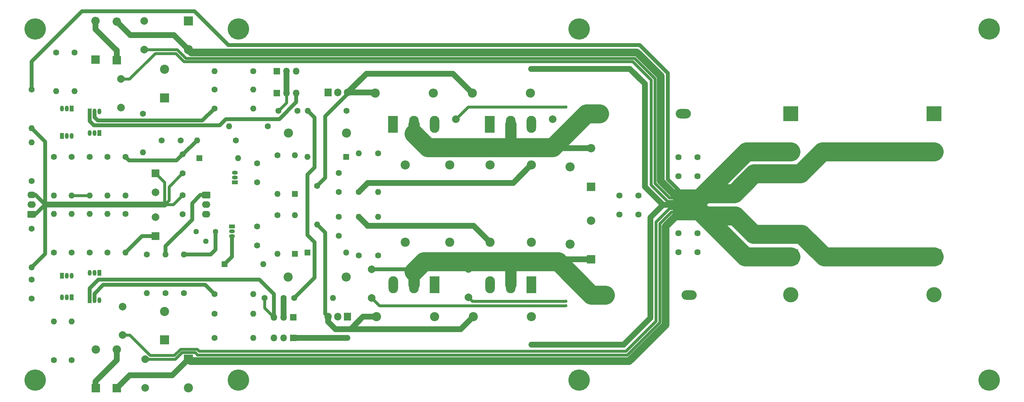
<source format=gbr>
G04 #@! TF.GenerationSoftware,KiCad,Pcbnew,(5.1.5)-3*
G04 #@! TF.CreationDate,2021-05-07T14:02:41+02:00*
G04 #@! TF.ProjectId,LeachAmp_kicad,4c656163-6841-46d7-905f-6b696361642e,rev?*
G04 #@! TF.SameCoordinates,Original*
G04 #@! TF.FileFunction,Copper,L1,Top*
G04 #@! TF.FilePolarity,Positive*
%FSLAX46Y46*%
G04 Gerber Fmt 4.6, Leading zero omitted, Abs format (unit mm)*
G04 Created by KiCad (PCBNEW (5.1.5)-3) date 2021-05-07 14:02:41*
%MOMM*%
%LPD*%
G04 APERTURE LIST*
%ADD10O,2.400000X2.400000*%
%ADD11C,2.400000*%
%ADD12O,1.800000X1.800000*%
%ADD13R,1.800000X1.800000*%
%ADD14C,5.600000*%
%ADD15O,2.200000X1.740000*%
%ADD16C,0.100000*%
%ADD17O,4.000000X2.500000*%
%ADD18C,1.625600*%
%ADD19O,2.500000X4.500000*%
%ADD20R,2.500000X4.500000*%
%ADD21C,1.440000*%
%ADD22O,1.600000X1.600000*%
%ADD23C,1.600000*%
%ADD24O,1.905000X2.000000*%
%ADD25R,1.905000X2.000000*%
%ADD26R,1.500000X1.050000*%
%ADD27O,1.500000X1.050000*%
%ADD28R,1.050000X1.500000*%
%ADD29O,1.050000X1.500000*%
%ADD30O,2.200000X2.200000*%
%ADD31R,2.200000X2.200000*%
%ADD32R,1.600000X1.600000*%
%ADD33C,2.000000*%
%ADD34R,2.000000X2.000000*%
%ADD35C,4.000000*%
%ADD36R,4.000000X4.000000*%
%ADD37R,2.400000X2.400000*%
%ADD38C,0.800000*%
%ADD39C,1.500000*%
%ADD40C,1.200000*%
%ADD41C,1.000000*%
%ADD42C,0.750000*%
%ADD43C,1.500000*%
%ADD44C,5.000000*%
%ADD45C,2.000000*%
%ADD46C,3.000000*%
%ADD47C,0.254000*%
G04 APERTURE END LIST*
D10*
X207596000Y-62103000D03*
D11*
X192356000Y-62103000D03*
D12*
X140286000Y-121031000D03*
X142826000Y-121031000D03*
D13*
X145366000Y-121031000D03*
D12*
X146128000Y-62103000D03*
X143588000Y-62103000D03*
D13*
X141048000Y-62103000D03*
D14*
X77579000Y-45289000D03*
X77579000Y-137591000D03*
X327961000Y-137591000D03*
X327961000Y-45289000D03*
D15*
X122506000Y-93980000D03*
X122506000Y-91440000D03*
G04 #@! TA.AperFunction,ComponentPad*
D16*
G36*
X123380505Y-88031204D02*
G01*
X123404773Y-88034804D01*
X123428572Y-88040765D01*
X123451671Y-88049030D01*
X123473850Y-88059520D01*
X123494893Y-88072132D01*
X123514599Y-88086747D01*
X123532777Y-88103223D01*
X123549253Y-88121401D01*
X123563868Y-88141107D01*
X123576480Y-88162150D01*
X123586970Y-88184329D01*
X123595235Y-88207428D01*
X123601196Y-88231227D01*
X123604796Y-88255495D01*
X123606000Y-88279999D01*
X123606000Y-89520001D01*
X123604796Y-89544505D01*
X123601196Y-89568773D01*
X123595235Y-89592572D01*
X123586970Y-89615671D01*
X123576480Y-89637850D01*
X123563868Y-89658893D01*
X123549253Y-89678599D01*
X123532777Y-89696777D01*
X123514599Y-89713253D01*
X123494893Y-89727868D01*
X123473850Y-89740480D01*
X123451671Y-89750970D01*
X123428572Y-89759235D01*
X123404773Y-89765196D01*
X123380505Y-89768796D01*
X123356001Y-89770000D01*
X121655999Y-89770000D01*
X121631495Y-89768796D01*
X121607227Y-89765196D01*
X121583428Y-89759235D01*
X121560329Y-89750970D01*
X121538150Y-89740480D01*
X121517107Y-89727868D01*
X121497401Y-89713253D01*
X121479223Y-89696777D01*
X121462747Y-89678599D01*
X121448132Y-89658893D01*
X121435520Y-89637850D01*
X121425030Y-89615671D01*
X121416765Y-89592572D01*
X121410804Y-89568773D01*
X121407204Y-89544505D01*
X121406000Y-89520001D01*
X121406000Y-88279999D01*
X121407204Y-88255495D01*
X121410804Y-88231227D01*
X121416765Y-88207428D01*
X121425030Y-88184329D01*
X121435520Y-88162150D01*
X121448132Y-88141107D01*
X121462747Y-88121401D01*
X121479223Y-88103223D01*
X121497401Y-88086747D01*
X121517107Y-88072132D01*
X121538150Y-88059520D01*
X121560329Y-88049030D01*
X121583428Y-88040765D01*
X121607227Y-88034804D01*
X121631495Y-88031204D01*
X121655999Y-88030000D01*
X123356001Y-88030000D01*
X123380505Y-88031204D01*
G37*
G04 #@! TD.AperFunction*
D17*
X249252000Y-115189000D03*
X227252000Y-115189000D03*
X247728000Y-67564000D03*
X225728000Y-67564000D03*
D18*
X235917000Y-89027000D03*
X230917000Y-89027000D03*
X235917000Y-94027000D03*
X230917000Y-94027000D03*
X251458000Y-78979999D03*
X246458000Y-78979999D03*
X251458000Y-83980000D03*
X246458000Y-83980000D03*
X251458000Y-88980000D03*
X246458000Y-88980000D03*
X251458000Y-93980000D03*
X246458000Y-93980000D03*
X251458000Y-98980000D03*
X246458000Y-98980000D03*
X251458000Y-103980000D03*
X246458000Y-103980000D03*
D14*
X220327000Y-45288000D03*
X130984000Y-45288000D03*
X220327000Y-137592000D03*
X130984000Y-137592000D03*
D19*
X196950000Y-112522000D03*
X202400000Y-112522000D03*
D20*
X207850000Y-112522000D03*
D19*
X207828000Y-70358000D03*
X202378000Y-70358000D03*
D20*
X196928000Y-70358000D03*
D19*
X171550000Y-112522000D03*
X177000000Y-112522000D03*
D20*
X182450000Y-112522000D03*
D19*
X182428000Y-70358000D03*
X176978000Y-70358000D03*
D20*
X171528000Y-70358000D03*
D21*
X119839000Y-98552000D03*
X122379000Y-101092000D03*
X124919000Y-98552000D03*
D22*
X76659000Y-71374000D03*
D23*
X76659000Y-61214000D03*
D10*
X218010000Y-81534000D03*
D11*
X218010000Y-101854000D03*
D10*
X197000000Y-81020000D03*
D11*
X197000000Y-101340000D03*
D10*
X207800000Y-81020000D03*
D11*
X207800000Y-101340000D03*
D10*
X174700000Y-81020000D03*
D11*
X174700000Y-101340000D03*
D10*
X186400000Y-81020000D03*
D11*
X186400000Y-101340000D03*
D10*
X207850000Y-120904000D03*
D11*
X192610000Y-120904000D03*
D10*
X182450000Y-120904000D03*
D11*
X167210000Y-120904000D03*
D10*
X182069000Y-62103000D03*
D11*
X166829000Y-62103000D03*
D22*
X162511000Y-94615000D03*
D23*
X162511000Y-104775000D03*
D22*
X162511000Y-77978000D03*
D23*
X162511000Y-88138000D03*
D22*
X167591000Y-94615000D03*
D23*
X167591000Y-104775000D03*
D22*
X167591000Y-88138000D03*
D23*
X167591000Y-77978000D03*
D22*
X151589000Y-96647000D03*
D23*
X151589000Y-86487000D03*
D22*
X155780000Y-115951000D03*
D23*
X145620000Y-115951000D03*
D22*
X149176000Y-66802000D03*
D23*
X159336000Y-66802000D03*
D22*
X134825000Y-126492000D03*
D23*
X124665000Y-126492000D03*
D22*
X124665000Y-56388000D03*
D23*
X134825000Y-56388000D03*
D10*
X159209000Y-110490000D03*
D11*
X143969000Y-110490000D03*
D10*
X144096000Y-72644000D03*
D11*
X159336000Y-72644000D03*
D22*
X141175000Y-104394000D03*
D23*
X141175000Y-94234000D03*
D22*
X141175000Y-88646000D03*
D23*
X141175000Y-78486000D03*
D22*
X116664000Y-104521000D03*
D23*
X116664000Y-114681000D03*
D22*
X111838000Y-104521000D03*
D23*
X111838000Y-114681000D03*
D22*
X134825000Y-114935000D03*
D23*
X124665000Y-114935000D03*
D22*
X134825000Y-66167000D03*
D23*
X124665000Y-66167000D03*
D22*
X134825000Y-120142000D03*
D23*
X124665000Y-120142000D03*
D22*
X134825000Y-61214000D03*
D23*
X124665000Y-61214000D03*
D22*
X128475000Y-70866000D03*
D23*
X138635000Y-70866000D03*
D22*
X101297000Y-104013000D03*
D23*
X101297000Y-93853000D03*
D22*
X101297000Y-89027000D03*
D23*
X101297000Y-78867000D03*
D22*
X120093000Y-74549000D03*
D23*
X130253000Y-74549000D03*
D22*
X106885000Y-114681000D03*
D23*
X106885000Y-104521000D03*
D22*
X105869000Y-77724000D03*
D23*
X105869000Y-67564000D03*
D22*
X82501000Y-122174000D03*
D23*
X82501000Y-132334000D03*
D22*
X83136000Y-61595000D03*
D23*
X83136000Y-51435000D03*
D22*
X87200000Y-122174000D03*
D23*
X87200000Y-132334000D03*
D22*
X87962000Y-61595000D03*
D23*
X87962000Y-51435000D03*
D22*
X91899000Y-93853000D03*
D23*
X91899000Y-104013000D03*
D22*
X87200000Y-93853000D03*
D23*
X87200000Y-104013000D03*
D22*
X91899000Y-89027000D03*
D23*
X91899000Y-78867000D03*
D22*
X87200000Y-89027000D03*
D23*
X87200000Y-78867000D03*
D22*
X96598000Y-93853000D03*
D23*
X96598000Y-104013000D03*
D22*
X82501000Y-93853000D03*
D23*
X82501000Y-104013000D03*
D22*
X96598000Y-89027000D03*
D23*
X96598000Y-78867000D03*
D22*
X82501000Y-89027000D03*
D23*
X82501000Y-78867000D03*
D22*
X76659000Y-75057000D03*
D23*
X76659000Y-85217000D03*
D22*
X76659000Y-107950000D03*
D23*
X76659000Y-97790000D03*
D24*
X154510000Y-120904000D03*
X157050000Y-120904000D03*
D25*
X159590000Y-120904000D03*
D24*
X159590000Y-61976000D03*
X157050000Y-61976000D03*
D25*
X154510000Y-61976000D03*
D12*
X140286000Y-126492000D03*
X142826000Y-126492000D03*
D13*
X145366000Y-126492000D03*
D12*
X146128000Y-56388000D03*
X143588000Y-56388000D03*
D13*
X141048000Y-56388000D03*
D26*
X129237000Y-97155000D03*
D27*
X129237000Y-99695000D03*
X129237000Y-98425000D03*
D26*
X129999000Y-85598000D03*
D27*
X129999000Y-83058000D03*
X129999000Y-84328000D03*
D28*
X91899000Y-116586000D03*
D29*
X94439000Y-116586000D03*
X93169000Y-116586000D03*
D28*
X91899000Y-66929000D03*
D29*
X94439000Y-66929000D03*
X93169000Y-66929000D03*
D28*
X87200000Y-115824000D03*
D29*
X84660000Y-115824000D03*
X85930000Y-115824000D03*
D28*
X87200000Y-66167000D03*
D29*
X84660000Y-66167000D03*
X85930000Y-66167000D03*
D28*
X94439000Y-109347000D03*
D29*
X91899000Y-109347000D03*
X93169000Y-109347000D03*
D28*
X84660000Y-110109000D03*
D29*
X87200000Y-110109000D03*
X85930000Y-110109000D03*
D28*
X94439000Y-72644000D03*
D29*
X91899000Y-72644000D03*
X93169000Y-72644000D03*
D28*
X84660000Y-73406000D03*
D29*
X87200000Y-73406000D03*
X85930000Y-73406000D03*
D15*
X76659000Y-88900000D03*
X76659000Y-91440000D03*
G04 #@! TA.AperFunction,ComponentPad*
D16*
G36*
X77533505Y-93111204D02*
G01*
X77557773Y-93114804D01*
X77581572Y-93120765D01*
X77604671Y-93129030D01*
X77626850Y-93139520D01*
X77647893Y-93152132D01*
X77667599Y-93166747D01*
X77685777Y-93183223D01*
X77702253Y-93201401D01*
X77716868Y-93221107D01*
X77729480Y-93242150D01*
X77739970Y-93264329D01*
X77748235Y-93287428D01*
X77754196Y-93311227D01*
X77757796Y-93335495D01*
X77759000Y-93359999D01*
X77759000Y-94600001D01*
X77757796Y-94624505D01*
X77754196Y-94648773D01*
X77748235Y-94672572D01*
X77739970Y-94695671D01*
X77729480Y-94717850D01*
X77716868Y-94738893D01*
X77702253Y-94758599D01*
X77685777Y-94776777D01*
X77667599Y-94793253D01*
X77647893Y-94807868D01*
X77626850Y-94820480D01*
X77604671Y-94830970D01*
X77581572Y-94839235D01*
X77557773Y-94845196D01*
X77533505Y-94848796D01*
X77509001Y-94850000D01*
X75808999Y-94850000D01*
X75784495Y-94848796D01*
X75760227Y-94845196D01*
X75736428Y-94839235D01*
X75713329Y-94830970D01*
X75691150Y-94820480D01*
X75670107Y-94807868D01*
X75650401Y-94793253D01*
X75632223Y-94776777D01*
X75615747Y-94758599D01*
X75601132Y-94738893D01*
X75588520Y-94717850D01*
X75578030Y-94695671D01*
X75569765Y-94672572D01*
X75563804Y-94648773D01*
X75560204Y-94624505D01*
X75559000Y-94600001D01*
X75559000Y-93359999D01*
X75560204Y-93335495D01*
X75563804Y-93311227D01*
X75569765Y-93287428D01*
X75578030Y-93264329D01*
X75588520Y-93242150D01*
X75601132Y-93221107D01*
X75615747Y-93201401D01*
X75632223Y-93183223D01*
X75650401Y-93166747D01*
X75670107Y-93152132D01*
X75691150Y-93139520D01*
X75713329Y-93129030D01*
X75736428Y-93120765D01*
X75760227Y-93114804D01*
X75784495Y-93111204D01*
X75808999Y-93110000D01*
X77509001Y-93110000D01*
X77533505Y-93111204D01*
G37*
G04 #@! TD.AperFunction*
D30*
X99011000Y-129540000D03*
D31*
X99011000Y-139700000D03*
D30*
X93486500Y-129540000D03*
D31*
X93486500Y-139700000D03*
D30*
X99011000Y-43307000D03*
D31*
X99011000Y-53467000D03*
D30*
X93423000Y-43180000D03*
D31*
X93423000Y-53340000D03*
D30*
X223471000Y-95631000D03*
D31*
X223471000Y-105791000D03*
D30*
X223471000Y-76581000D03*
D31*
X223471000Y-86741000D03*
D22*
X145747000Y-94234000D03*
D32*
X145747000Y-104394000D03*
D22*
X145747000Y-78486000D03*
D32*
X145747000Y-88646000D03*
D22*
X137492000Y-107061000D03*
D32*
X127332000Y-107061000D03*
D22*
X130888000Y-79248000D03*
D32*
X120728000Y-79248000D03*
D22*
X159209000Y-104013000D03*
D32*
X149049000Y-104013000D03*
D22*
X149049000Y-78867000D03*
D32*
X159209000Y-78867000D03*
D33*
X109171000Y-88185000D03*
D34*
X109171000Y-83185000D03*
D33*
X109171000Y-94695000D03*
D34*
X109171000Y-99695000D03*
D33*
X165940000Y-108451000D03*
X165940000Y-115951000D03*
D35*
X275922000Y-77564000D03*
D36*
X275922000Y-67564000D03*
D35*
X313514000Y-115156000D03*
D36*
X313514000Y-105156000D03*
D33*
X191340000Y-115831000D03*
X191340000Y-108331000D03*
X213438000Y-76461000D03*
X213438000Y-68961000D03*
D35*
X275922000Y-115156000D03*
D36*
X275922000Y-105156000D03*
D35*
X313514000Y-77564000D03*
D36*
X313514000Y-67564000D03*
D23*
X157304000Y-94615000D03*
X157304000Y-99615000D03*
X157304000Y-83138000D03*
X157304000Y-88138000D03*
X135841000Y-97155000D03*
X135841000Y-102155000D03*
X135841000Y-80598000D03*
X135841000Y-85598000D03*
D33*
X106504000Y-139573000D03*
X106504000Y-132073000D03*
X106250000Y-50673000D03*
X106250000Y-43173000D03*
D11*
X117807000Y-139580000D03*
D37*
X117807000Y-132080000D03*
D11*
X117807000Y-50680000D03*
D37*
X117807000Y-43180000D03*
D23*
X137826000Y-115951000D03*
X142826000Y-115951000D03*
X146429000Y-66802000D03*
X141429000Y-66802000D03*
X115822000Y-74549000D03*
X110822000Y-74549000D03*
X116283000Y-83232000D03*
X116283000Y-78232000D03*
X116283000Y-88980000D03*
X116283000Y-93980000D03*
D33*
X188038000Y-76461000D03*
X188038000Y-68961000D03*
D11*
X111584000Y-119500000D03*
D37*
X111584000Y-127000000D03*
D11*
X111584000Y-55873000D03*
D37*
X111584000Y-63373000D03*
D33*
X100535000Y-118230000D03*
X100535000Y-125730000D03*
X100154000Y-65913000D03*
X100154000Y-58413000D03*
D23*
X76659000Y-116125000D03*
X76659000Y-111125000D03*
D38*
X216867000Y-116840000D03*
X216867000Y-117983000D03*
X216867000Y-65786000D03*
D39*
X248958000Y-91527000D03*
D40*
X207850000Y-128270000D03*
X207723000Y-55753000D03*
X159600000Y-126492000D03*
D41*
X77675000Y-88900000D02*
X80215000Y-91440000D01*
X76659000Y-88900000D02*
X77675000Y-88900000D01*
X77675000Y-93980000D02*
X80215000Y-91440000D01*
X76659000Y-93980000D02*
X77675000Y-93980000D01*
X111584000Y-91440000D02*
X111584000Y-91440000D01*
D42*
X113823000Y-91440000D02*
X116283000Y-88980000D01*
X111584000Y-91440000D02*
X113823000Y-91440000D01*
X111584000Y-85725000D02*
X111584000Y-91440000D01*
X109171000Y-83185000D02*
X111584000Y-85598000D01*
X111584000Y-85598000D02*
X111584000Y-85725000D01*
X112473000Y-90551000D02*
X111584000Y-91440000D01*
X112727000Y-90297000D02*
X112473000Y-90551000D01*
X116283000Y-83232000D02*
X116236000Y-83232000D01*
X112727000Y-86741000D02*
X112727000Y-90297000D01*
X116236000Y-83232000D02*
X112727000Y-86741000D01*
D41*
X80215000Y-74930000D02*
X76659000Y-71374000D01*
X80215000Y-91440000D02*
X80215000Y-74930000D01*
X80215000Y-92005685D02*
X80215000Y-91440000D01*
X76659000Y-107950000D02*
X80215000Y-104394000D01*
X80215000Y-104394000D02*
X80215000Y-92005685D01*
D43*
X80780685Y-91440000D02*
X111584000Y-91440000D01*
X80215000Y-91440000D02*
X80780685Y-91440000D01*
D44*
X264271000Y-77564000D02*
X275922000Y-77564000D01*
X250649000Y-91186000D02*
X264271000Y-77564000D01*
X250649000Y-91313000D02*
X250649000Y-91186000D01*
X284210000Y-77564000D02*
X278462000Y-83312000D01*
X313514000Y-77564000D02*
X284210000Y-77564000D01*
X266270000Y-83312000D02*
X261063000Y-88519000D01*
X278462000Y-83312000D02*
X266270000Y-83312000D01*
X261063000Y-88519000D02*
X253443000Y-88519000D01*
X284685000Y-105156000D02*
X313514000Y-105156000D01*
X278716000Y-99187000D02*
X284685000Y-105156000D01*
X261317000Y-94361000D02*
X266143000Y-99187000D01*
X263984000Y-105156000D02*
X250649000Y-91821000D01*
X266143000Y-99187000D02*
X278716000Y-99187000D01*
X253697000Y-94361000D02*
X261317000Y-94361000D01*
X275922000Y-105156000D02*
X263984000Y-105156000D01*
X250649000Y-91821000D02*
X250649000Y-91313000D01*
D42*
X192349000Y-116840000D02*
X191340000Y-115831000D01*
X216867000Y-116840000D02*
X192349000Y-116840000D01*
X191213000Y-65786000D02*
X216867000Y-65786000D01*
X188038000Y-68961000D02*
X191213000Y-65786000D01*
X167972000Y-117983000D02*
X216740000Y-117983000D01*
X165940000Y-115951000D02*
X167972000Y-117983000D01*
D44*
X250649000Y-91186000D02*
X250649000Y-91186000D01*
D43*
X113616000Y-136271000D02*
X117807000Y-132080000D01*
X99011000Y-139700000D02*
X102440000Y-136271000D01*
X102440000Y-136271000D02*
X113616000Y-136271000D01*
D45*
X117807000Y-50680000D02*
X117927000Y-50680000D01*
D43*
X100110999Y-44406999D02*
X99011000Y-43307000D01*
X117807000Y-50680000D02*
X116607001Y-49480001D01*
X116607001Y-49473001D02*
X113997000Y-46863000D01*
X113997000Y-46863000D02*
X102567000Y-46863000D01*
X116607001Y-49480001D02*
X116607001Y-49473001D01*
X102567000Y-46863000D02*
X100110999Y-44406999D01*
D45*
X245522000Y-88980000D02*
X246458000Y-88980000D01*
X241759000Y-85217000D02*
X245522000Y-88980000D01*
X117807000Y-50680000D02*
X117814000Y-50680000D01*
X235536000Y-51435000D02*
X241759000Y-57658000D01*
X118569000Y-51435000D02*
X235536000Y-51435000D01*
X117814000Y-50680000D02*
X118569000Y-51435000D01*
X241759000Y-57658000D02*
X241759000Y-85217000D01*
D42*
X245950000Y-90551000D02*
X248109000Y-90551000D01*
X245061000Y-89662000D02*
X245950000Y-90551000D01*
X114886000Y-50673000D02*
X117172000Y-52959000D01*
X244045000Y-89662000D02*
X245061000Y-89662000D01*
X240235000Y-58293000D02*
X240235000Y-85852000D01*
X106250000Y-50673000D02*
X114886000Y-50673000D01*
X240235000Y-85852000D02*
X244045000Y-89662000D01*
X117172000Y-52959000D02*
X234901000Y-52959000D01*
X234901000Y-52959000D02*
X240235000Y-58293000D01*
D45*
X246458000Y-93980000D02*
X246204000Y-93980000D01*
X243029000Y-123063000D02*
X233504000Y-132588000D01*
X118315000Y-132588000D02*
X117807000Y-132080000D01*
X233504000Y-132588000D02*
X118315000Y-132588000D01*
X246204000Y-93980000D02*
X243029000Y-97155000D01*
X243029000Y-97155000D02*
X243029000Y-123063000D01*
D42*
X114385000Y-132073000D02*
X106504000Y-132073000D01*
X116156000Y-130302000D02*
X114385000Y-132073000D01*
X119585000Y-130302000D02*
X116156000Y-130302000D01*
X120220000Y-130937000D02*
X119585000Y-130302000D01*
X245823000Y-93345000D02*
X244553000Y-93345000D01*
X246458000Y-93980000D02*
X245823000Y-93345000D01*
X232996000Y-130937000D02*
X120220000Y-130937000D01*
X244553000Y-93345000D02*
X241505000Y-96393000D01*
X241505000Y-96393000D02*
X241505000Y-122428000D01*
X241505000Y-122428000D02*
X232996000Y-130937000D01*
D41*
X243196000Y-91527000D02*
X248958000Y-91527000D01*
D42*
X246077000Y-92456000D02*
X246331000Y-92710000D01*
X240489000Y-96012000D02*
X244045000Y-92456000D01*
X115775000Y-129413000D02*
X120093000Y-129413000D01*
X232615000Y-129921000D02*
X240489000Y-122047000D01*
X107774000Y-131064000D02*
X114124000Y-131064000D01*
X100535000Y-125730000D02*
X102440000Y-125730000D01*
X102440000Y-125730000D02*
X107774000Y-131064000D01*
X120093000Y-129413000D02*
X120601000Y-129921000D01*
X114124000Y-131064000D02*
X115775000Y-129413000D01*
X120601000Y-129921000D02*
X232615000Y-129921000D01*
X240489000Y-122047000D02*
X240489000Y-96012000D01*
X244045000Y-92456000D02*
X246077000Y-92456000D01*
D43*
X239050000Y-121240000D02*
X232020000Y-128270000D01*
X239050000Y-95673000D02*
X239050000Y-121240000D01*
X232020000Y-128270000D02*
X207850000Y-128270000D01*
D41*
X243196000Y-91527000D02*
X242862000Y-91527000D01*
D43*
X242337000Y-91527000D02*
X248958000Y-91527000D01*
X237600000Y-86790000D02*
X242337000Y-91527000D01*
X237600000Y-59690000D02*
X237600000Y-86790000D01*
X207723000Y-55753000D02*
X233663000Y-55753000D01*
X233663000Y-55753000D02*
X237600000Y-59690000D01*
X239050000Y-94814000D02*
X242337000Y-91527000D01*
X239050000Y-95673000D02*
X239050000Y-94814000D01*
D42*
X243300000Y-90340000D02*
X243511000Y-90551000D01*
X109101000Y-51689000D02*
X114505000Y-51689000D01*
X116664000Y-53848000D02*
X234393000Y-53848000D01*
X243511000Y-90551000D02*
X245950000Y-90551000D01*
X102370000Y-58420000D02*
X109101000Y-51689000D01*
X100916000Y-58420000D02*
X102370000Y-58420000D01*
X100909000Y-58413000D02*
X100916000Y-58420000D01*
X100154000Y-58413000D02*
X100909000Y-58413000D01*
X114505000Y-51689000D02*
X116664000Y-53848000D01*
X234393000Y-53848000D02*
X239219000Y-58674000D01*
X239219000Y-58674000D02*
X239219000Y-86233000D01*
X239219000Y-86233000D02*
X243300000Y-90314000D01*
X243300000Y-90314000D02*
X243300000Y-90340000D01*
D41*
X246458000Y-87630000D02*
X246458000Y-88980000D01*
X243664000Y-84836000D02*
X246458000Y-87630000D01*
X243664000Y-56896000D02*
X243664000Y-84836000D01*
X236298000Y-49530000D02*
X243664000Y-56896000D01*
X76659000Y-53848000D02*
X89867000Y-40640000D01*
X119458000Y-40640000D02*
X128348000Y-49530000D01*
X76659000Y-61214000D02*
X76659000Y-53848000D01*
X89867000Y-40640000D02*
X119458000Y-40640000D01*
X128348000Y-49530000D02*
X236298000Y-49530000D01*
D43*
X213558000Y-76581000D02*
X213438000Y-76461000D01*
X223471000Y-76581000D02*
X213558000Y-76581000D01*
D44*
X225728000Y-67564000D02*
X222376000Y-67564000D01*
X222335000Y-67564000D02*
X213438000Y-76461000D01*
X222376000Y-67564000D02*
X222335000Y-67564000D01*
X213438000Y-76461000D02*
X202379000Y-76461000D01*
D46*
X176978000Y-70358000D02*
X176978000Y-72818000D01*
X202378000Y-76460000D02*
X202379000Y-76461000D01*
X202378000Y-70358000D02*
X202378000Y-76460000D01*
D44*
X176978000Y-72818000D02*
X180621000Y-76461000D01*
X202379000Y-76461000D02*
X180621000Y-76461000D01*
D41*
X105615000Y-99695000D02*
X101297000Y-104013000D01*
X109171000Y-99695000D02*
X105615000Y-99695000D01*
X116410000Y-78232000D02*
X120093000Y-74549000D01*
X116283000Y-78232000D02*
X116410000Y-78232000D01*
X114675000Y-79840000D02*
X116283000Y-78232000D01*
X101297000Y-78867000D02*
X102270000Y-79840000D01*
X102270000Y-79840000D02*
X114675000Y-79840000D01*
X146128000Y-64516000D02*
X146128000Y-62103000D01*
X141683000Y-68961000D02*
X146128000Y-64516000D01*
X91899000Y-69469000D02*
X93042000Y-70612000D01*
X127651998Y-68961000D02*
X141683000Y-68961000D01*
X91899000Y-66929000D02*
X91899000Y-69469000D01*
X93042000Y-70612000D02*
X126000998Y-70612000D01*
X126000998Y-70612000D02*
X127651998Y-68961000D01*
X111838000Y-102362000D02*
X111838000Y-104521000D01*
X118823000Y-95377000D02*
X111838000Y-102362000D01*
X122506000Y-88900000D02*
X120982000Y-88900000D01*
X118823000Y-91059000D02*
X118823000Y-95377000D01*
X120982000Y-88900000D02*
X118823000Y-91059000D01*
D42*
X143588000Y-64643000D02*
X141429000Y-66802000D01*
X143588000Y-62103000D02*
X143588000Y-64643000D01*
D43*
X143588000Y-62103000D02*
X143588000Y-56388000D01*
D42*
X137826000Y-115951000D02*
X137826000Y-118571000D01*
D41*
X94185000Y-111125000D02*
X91899000Y-113411000D01*
X136476000Y-111125000D02*
X94185000Y-111125000D01*
X91899000Y-113411000D02*
X91899000Y-116586000D01*
X140286000Y-114935000D02*
X136476000Y-111125000D01*
D42*
X137826000Y-118571000D02*
X140286000Y-121031000D01*
D41*
X140286000Y-121031000D02*
X140286000Y-114935000D01*
D43*
X142826000Y-121031000D02*
X142826000Y-115951000D01*
X163310999Y-87329001D02*
X164900000Y-85740000D01*
X163310999Y-87338001D02*
X163310999Y-87329001D01*
X162511000Y-88138000D02*
X163310999Y-87338001D01*
X203050000Y-85740000D02*
X164900000Y-85740000D01*
X207800000Y-81020000D02*
X207770000Y-81020000D01*
X207770000Y-81020000D02*
X203050000Y-85740000D01*
X164850000Y-96954000D02*
X162511000Y-94615000D01*
X164850000Y-96990000D02*
X164850000Y-96954000D01*
X197000000Y-101340000D02*
X192650000Y-96990000D01*
X192650000Y-96990000D02*
X164850000Y-96990000D01*
X215822000Y-105791000D02*
X215187000Y-106426000D01*
X223471000Y-105791000D02*
X215822000Y-105791000D01*
D44*
X223598000Y-115189000D02*
X227252000Y-115189000D01*
X213692000Y-106426000D02*
X214835000Y-106426000D01*
X214835000Y-106426000D02*
X223598000Y-115189000D01*
X197055000Y-106426000D02*
X179614000Y-106426000D01*
X179614000Y-106426000D02*
X177000000Y-109040000D01*
D41*
X176179000Y-108451000D02*
X177000000Y-109272000D01*
X165940000Y-108451000D02*
X176179000Y-108451000D01*
D44*
X202314000Y-106426000D02*
X213692000Y-106426000D01*
X197055000Y-106426000D02*
X202314000Y-106426000D01*
D46*
X202400000Y-106512000D02*
X202314000Y-106426000D01*
X202400000Y-112522000D02*
X202400000Y-106512000D01*
X179614000Y-106426000D02*
X179214000Y-106426000D01*
X177000000Y-112522000D02*
X177000000Y-109272000D01*
D41*
X129237000Y-105156000D02*
X127332000Y-107061000D01*
X129237000Y-99695000D02*
X129237000Y-105156000D01*
D43*
X99011000Y-50867000D02*
X99011000Y-53467000D01*
X98817000Y-50673000D02*
X99011000Y-50867000D01*
X98757000Y-50673000D02*
X98817000Y-50673000D01*
X93423000Y-45339000D02*
X98757000Y-50673000D01*
X93423000Y-43180000D02*
X93423000Y-45339000D01*
X93423000Y-137922000D02*
X93423000Y-139573000D01*
X99011000Y-129540000D02*
X99011000Y-132334000D01*
X99011000Y-132334000D02*
X93423000Y-137922000D01*
D41*
X121490000Y-69342000D02*
X124665000Y-66167000D01*
X93169000Y-67310000D02*
X93213990Y-67354990D01*
X93169000Y-66929000D02*
X93169000Y-67310000D01*
X93213990Y-67354990D02*
X93213990Y-68497990D01*
X93213990Y-68497990D02*
X94058000Y-69342000D01*
X94058000Y-69342000D02*
X121490000Y-69342000D01*
X93169000Y-114836000D02*
X95483000Y-112522000D01*
X93169000Y-116586000D02*
X93169000Y-114836000D01*
X122252000Y-112522000D02*
X124665000Y-114935000D01*
X95483000Y-112522000D02*
X122252000Y-112522000D01*
D43*
X145366000Y-126492000D02*
X159600000Y-126492000D01*
X159600000Y-126492000D02*
X159600000Y-126492000D01*
X159600000Y-126492000D02*
X159600000Y-126492000D01*
D42*
X87200000Y-89027000D02*
X91899000Y-89027000D01*
D41*
X150900000Y-68526000D02*
X149176000Y-66802000D01*
X150900000Y-81715000D02*
X150900000Y-68526000D01*
X150954000Y-110617000D02*
X150954000Y-101346000D01*
X150954000Y-101346000D02*
X149049000Y-99441000D01*
X149049000Y-99441000D02*
X149049000Y-83566000D01*
X145620000Y-115951000D02*
X150954000Y-110617000D01*
X149049000Y-83566000D02*
X150900000Y-81715000D01*
X124919000Y-103251000D02*
X124919000Y-98552000D01*
X116664000Y-104521000D02*
X123649000Y-104521000D01*
X123649000Y-104521000D02*
X124919000Y-103251000D01*
D43*
X166702000Y-61976000D02*
X159590000Y-61976000D01*
X166829000Y-62103000D02*
X166702000Y-61976000D01*
X187276000Y-57023000D02*
X192356000Y-62103000D01*
X159590000Y-61976000D02*
X164543000Y-57023000D01*
X164543000Y-57023000D02*
X187276000Y-57023000D01*
D41*
X159590000Y-62350000D02*
X159590000Y-61976000D01*
X153700000Y-68240000D02*
X159590000Y-62350000D01*
X151589000Y-86487000D02*
X153700000Y-84376000D01*
X153700000Y-84376000D02*
X153700000Y-68240000D01*
D43*
X154500000Y-120914000D02*
X154510000Y-120904000D01*
X154500000Y-122240000D02*
X154500000Y-120914000D01*
X156466000Y-124206000D02*
X154500000Y-122240000D01*
X192610000Y-120904000D02*
X189308000Y-124206000D01*
D41*
X154510000Y-120904000D02*
X153748000Y-120142000D01*
X153748000Y-98806000D02*
X151589000Y-96647000D01*
X153748000Y-120142000D02*
X153748000Y-98806000D01*
D43*
X160634000Y-124206000D02*
X156466000Y-124206000D01*
X189308000Y-124206000D02*
X160634000Y-124206000D01*
X167210000Y-120904000D02*
X167174000Y-120940000D01*
X160634000Y-123906000D02*
X160634000Y-124206000D01*
X167210000Y-120904000D02*
X163636000Y-120904000D01*
X163636000Y-120904000D02*
X160634000Y-123906000D01*
D47*
G36*
X252935000Y-87942814D02*
G01*
X252935000Y-94965602D01*
X252509394Y-95391208D01*
X245486606Y-95391208D01*
X245061000Y-94965602D01*
X245061000Y-87942814D01*
X245486606Y-87517208D01*
X252509394Y-87517208D01*
X252935000Y-87942814D01*
G37*
X252935000Y-87942814D02*
X252935000Y-94965602D01*
X252509394Y-95391208D01*
X245486606Y-95391208D01*
X245061000Y-94965602D01*
X245061000Y-87942814D01*
X245486606Y-87517208D01*
X252509394Y-87517208D01*
X252935000Y-87942814D01*
M02*

</source>
